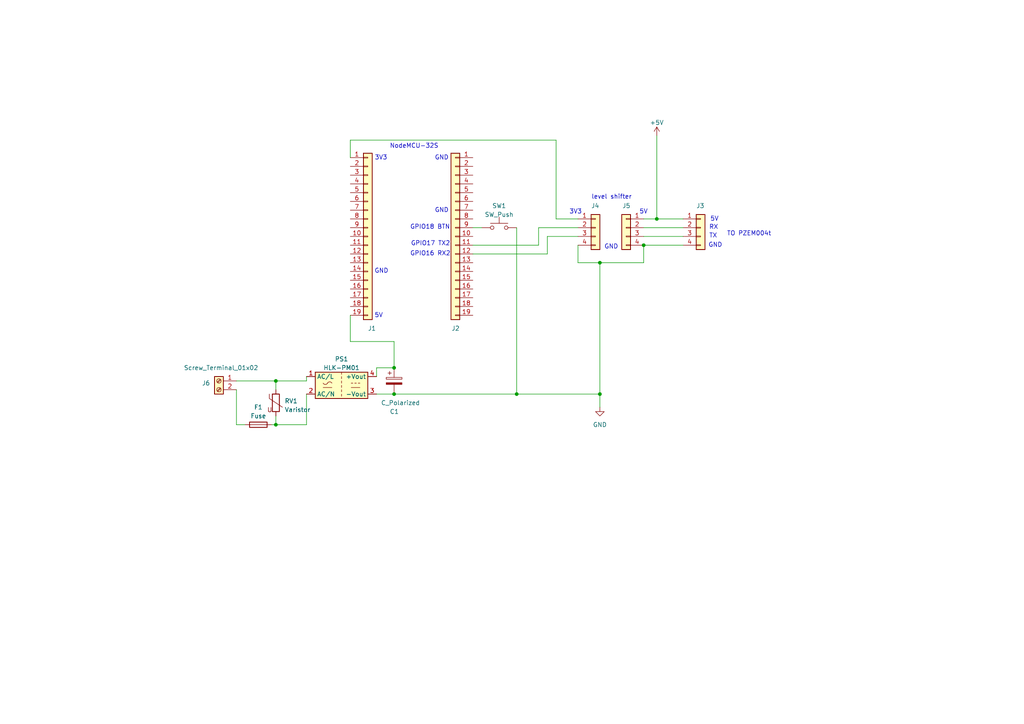
<source format=kicad_sch>
(kicad_sch (version 20230121) (generator eeschema)
  (paper "A4")
  (lib_symbols
    (symbol "Connector:Screw_Terminal_01x02" (pin_names (offset 1.016) hide)
      (property "Reference" "J" (at 0 2.54 0))
      (property "Value" "Screw_Terminal_01x02" (at 0 -5.08 0))
      (symbol "Screw_Terminal_01x02_1_1"
        (rectangle (start -1.27 1.27) (end 1.27 -3.81) (stroke (width 0.254)) (fill (type background)))
        (circle (center 0 -2.54) (radius 0.635) (stroke (width 0.1524)))
        (polyline (pts (xy -0.5334 -2.2098) (xy 0.3302 -3.048)) (stroke (width 0.1524)))
        (polyline (pts (xy -0.5334 0.3302) (xy 0.3302 -0.508)) (stroke (width 0.1524)))
        (polyline (pts (xy -0.3556 -2.032) (xy 0.508 -2.8702)) (stroke (width 0.1524)))
        (polyline (pts (xy -0.3556 0.508) (xy 0.508 -0.3302)) (stroke (width 0.1524)))
        (circle (center 0 0) (radius 0.635) (stroke (width 0.1524)))
        (pin passive line (at -5.08 0 0) (length 3.81) (name "Pin_1") (number "1"))
        (pin passive line (at -5.08 -2.54 0) (length 3.81) (name "Pin_2") (number "2"))
      )
    )
    (symbol "Connector_Generic:Conn_01x04" (pin_names (offset 1.016) hide)
      (property "Reference" "J" (at 0 5.08 0))
      (property "Value" "Conn_01x04" (at 0 -7.62 0))
      (symbol "Conn_01x04_1_1"
        (rectangle (start -1.27 -4.953) (end 0 -5.207) (stroke (width 0.1524)))
        (rectangle (start -1.27 -2.413) (end 0 -2.667) (stroke (width 0.1524)))
        (rectangle (start -1.27 0.127) (end 0 -0.127) (stroke (width 0.1524)))
        (rectangle (start -1.27 2.667) (end 0 2.413) (stroke (width 0.1524)))
        (rectangle (start -1.27 3.81) (end 1.27 -6.35) (stroke (width 0.254)) (fill (type background)))
        (pin passive line (at -5.08 2.54 0) (length 3.81) (name "Pin_1") (number "1"))
        (pin passive line (at -5.08 0 0) (length 3.81) (name "Pin_2") (number "2"))
        (pin passive line (at -5.08 -2.54 0) (length 3.81) (name "Pin_3") (number "3"))
        (pin passive line (at -5.08 -5.08 0) (length 3.81) (name "Pin_4") (number "4"))
      )
    )
    (symbol "Connector_Generic:Conn_01x19" (pin_names (offset 1.016) hide)
      (property "Reference" "J" (at 0 25.4 0))
      (property "Value" "Conn_01x19" (at 0 -25.4 0))
      (symbol "Conn_01x19_1_1"
        (rectangle (start -1.27 -22.733) (end 0 -22.987) (stroke (width 0.1524)))
        (rectangle (start -1.27 -20.193) (end 0 -20.447) (stroke (width 0.1524)))
        (rectangle (start -1.27 -17.653) (end 0 -17.907) (stroke (width 0.1524)))
        (rectangle (start -1.27 -15.113) (end 0 -15.367) (stroke (width 0.1524)))
        (rectangle (start -1.27 -12.573) (end 0 -12.827) (stroke (width 0.1524)))
        (rectangle (start -1.27 -10.033) (end 0 -10.287) (stroke (width 0.1524)))
        (rectangle (start -1.27 -7.493) (end 0 -7.747) (stroke (width 0.1524)))
        (rectangle (start -1.27 -4.953) (end 0 -5.207) (stroke (width 0.1524)))
        (rectangle (start -1.27 -2.413) (end 0 -2.667) (stroke (width 0.1524)))
        (rectangle (start -1.27 0.127) (end 0 -0.127) (stroke (width 0.1524)))
        (rectangle (start -1.27 2.667) (end 0 2.413) (stroke (width 0.1524)))
        (rectangle (start -1.27 5.207) (end 0 4.953) (stroke (width 0.1524)))
        (rectangle (start -1.27 7.747) (end 0 7.493) (stroke (width 0.1524)))
        (rectangle (start -1.27 10.287) (end 0 10.033) (stroke (width 0.1524)))
        (rectangle (start -1.27 12.827) (end 0 12.573) (stroke (width 0.1524)))
        (rectangle (start -1.27 15.367) (end 0 15.113) (stroke (width 0.1524)))
        (rectangle (start -1.27 17.907) (end 0 17.653) (stroke (width 0.1524)))
        (rectangle (start -1.27 20.447) (end 0 20.193) (stroke (width 0.1524)))
        (rectangle (start -1.27 22.987) (end 0 22.733) (stroke (width 0.1524)))
        (rectangle (start -1.27 24.13) (end 1.27 -24.13) (stroke (width 0.254)) (fill (type background)))
        (pin passive line (at -5.08 22.86 0) (length 3.81) (name "Pin_1") (number "1"))
        (pin passive line (at -5.08 0 0) (length 3.81) (name "Pin_10") (number "10"))
        (pin passive line (at -5.08 -2.54 0) (length 3.81) (name "Pin_11") (number "11"))
        (pin passive line (at -5.08 -5.08 0) (length 3.81) (name "Pin_12") (number "12"))
        (pin passive line (at -5.08 -7.62 0) (length 3.81) (name "Pin_13") (number "13"))
        (pin passive line (at -5.08 -10.16 0) (length 3.81) (name "Pin_14") (number "14"))
        (pin passive line (at -5.08 -12.7 0) (length 3.81) (name "Pin_15") (number "15"))
        (pin passive line (at -5.08 -15.24 0) (length 3.81) (name "Pin_16") (number "16"))
        (pin passive line (at -5.08 -17.78 0) (length 3.81) (name "Pin_17") (number "17"))
        (pin passive line (at -5.08 -20.32 0) (length 3.81) (name "Pin_18") (number "18"))
        (pin passive line (at -5.08 -22.86 0) (length 3.81) (name "Pin_19") (number "19"))
        (pin passive line (at -5.08 20.32 0) (length 3.81) (name "Pin_2") (number "2"))
        (pin passive line (at -5.08 17.78 0) (length 3.81) (name "Pin_3") (number "3"))
        (pin passive line (at -5.08 15.24 0) (length 3.81) (name "Pin_4") (number "4"))
        (pin passive line (at -5.08 12.7 0) (length 3.81) (name "Pin_5") (number "5"))
        (pin passive line (at -5.08 10.16 0) (length 3.81) (name "Pin_6") (number "6"))
        (pin passive line (at -5.08 7.62 0) (length 3.81) (name "Pin_7") (number "7"))
        (pin passive line (at -5.08 5.08 0) (length 3.81) (name "Pin_8") (number "8"))
        (pin passive line (at -5.08 2.54 0) (length 3.81) (name "Pin_9") (number "9"))
      )
    )
    (symbol "Converter_ACDC:HLK-PM01"
      (property "Reference" "PS" (at 0 5.08 0))
      (property "Value" "HLK-PM01" (at 0 -5.08 0))
      (symbol "HLK-PM01_0_1"
        (rectangle (start -7.62 3.81) (end 7.62 -3.81) (stroke (width 0.254)) (fill (type background)))
        (arc (start -5.334 0.635) (mid -4.699 0.2495) (end -4.064 0.635))
        (arc (start -2.794 0.635) (mid -3.429 1.0072) (end -4.064 0.635))
        (polyline (pts (xy -5.334 -0.635) (xy -2.794 -0.635)))
        (polyline (pts (xy 0 -2.54) (xy 0 -3.175)))
        (polyline (pts (xy 0 -1.27) (xy 0 -1.905)))
        (polyline (pts (xy 0 0) (xy 0 -0.635)))
        (polyline (pts (xy 0 1.27) (xy 0 0.635)))
        (polyline (pts (xy 0 2.54) (xy 0 1.905)))
        (polyline (pts (xy 0 3.81) (xy 0 3.175)))
        (polyline (pts (xy 2.794 -0.635) (xy 5.334 -0.635)))
        (polyline (pts (xy 2.794 0.635) (xy 3.302 0.635)))
        (polyline (pts (xy 3.81 0.635) (xy 4.318 0.635)))
        (polyline (pts (xy 4.826 0.635) (xy 5.334 0.635)))
      )
      (symbol "HLK-PM01_1_1"
        (pin power_in line (at -10.16 2.54 0) (length 2.54) (name "AC/L") (number "1"))
        (pin power_in line (at -10.16 -2.54 0) (length 2.54) (name "AC/N") (number "2"))
        (pin power_out line (at 10.16 -2.54 180) (length 2.54) (name "-Vout") (number "3"))
        (pin power_out line (at 10.16 2.54 180) (length 2.54) (name "+Vout") (number "4"))
      )
    )
    (symbol "Device:C_Polarized" (pin_numbers hide) (pin_names (offset 0.254))
      (property "Reference" "C" (at 0.635 2.54 0))
      (property "Value" "C_Polarized" (at 0.635 -2.54 0))
      (symbol "C_Polarized_0_1"
        (rectangle (start -2.286 0.508) (end 2.286 1.016))
        (polyline (pts (xy -1.778 2.286) (xy -0.762 2.286)))
        (polyline (pts (xy -1.27 2.794) (xy -1.27 1.778)))
        (rectangle (start 2.286 -0.508) (end -2.286 -1.016) (fill (type outline)))
      )
      (symbol "C_Polarized_1_1"
        (pin passive line (at 0 3.81 270) (length 2.794) (name "~") (number "1"))
        (pin passive line (at 0 -3.81 90) (length 2.794) (name "~") (number "2"))
      )
    )
    (symbol "Device:Fuse" (pin_numbers hide) (pin_names (offset 0))
      (property "Reference" "F" (at 2.032 0 90))
      (property "Value" "Fuse" (at -1.905 0 90))
      (symbol "Fuse_0_1"
        (rectangle (start -0.762 -2.54) (end 0.762 2.54) (stroke (width 0.254)))
        (polyline (pts (xy 0 2.54) (xy 0 -2.54)))
      )
      (symbol "Fuse_1_1"
        (pin passive line (at 0 3.81 270) (length 1.27) (name "~") (number "1"))
        (pin passive line (at 0 -3.81 90) (length 1.27) (name "~") (number "2"))
      )
    )
    (symbol "Device:Varistor" (pin_numbers hide) (pin_names (offset 0))
      (property "Reference" "RV" (at 3.175 0 90))
      (property "Value" "Varistor" (at -3.175 0 90))
      (symbol "Varistor_0_0"
        (text "U" (at -1.778 -2.032 0) (effects (font (size 1.27 1.27))))
      )
      (symbol "Varistor_0_1"
        (rectangle (start -1.016 -2.54) (end 1.016 2.54) (stroke (width 0.254)))
        (polyline (pts (xy -1.905 2.54) (xy -1.905 1.27) (xy 1.905 -1.27)))
      )
      (symbol "Varistor_1_1"
        (pin passive line (at 0 3.81 270) (length 1.27) (name "~") (number "1"))
        (pin passive line (at 0 -3.81 90) (length 1.27) (name "~") (number "2"))
      )
    )
    (symbol "Switch:SW_Push" (pin_numbers hide) (pin_names (offset 1.016) hide)
      (property "Reference" "SW" (at 1.27 2.54 0))
      (property "Value" "SW_Push" (at 0 -1.524 0))
      (symbol "SW_Push_0_1"
        (circle (center -2.032 0) (radius 0.508))
        (polyline (pts (xy 0 1.27) (xy 0 3.048)))
        (polyline (pts (xy 2.54 1.27) (xy -2.54 1.27)))
        (circle (center 2.032 0) (radius 0.508))
        (pin passive line (at -5.08 0 0) (length 2.54) (name "1") (number "1"))
        (pin passive line (at 5.08 0 180) (length 2.54) (name "2") (number "2"))
      )
    )
    (symbol "power:+5V" (power) (pin_names (offset 0))
      (property "Value" "+5V" (at 0 3.556 0))
      (symbol "+5V_0_1"
        (polyline (pts (xy -0.762 1.27) (xy 0 2.54)))
        (polyline (pts (xy 0 0) (xy 0 2.54)))
        (polyline (pts (xy 0 2.54) (xy 0.762 1.27)))
      )
      (symbol "+5V_1_1"
        (pin power_in line (at 0 0 90) (length 0) hide (name "+5V") (number "1"))
      )
    )
    (symbol "power:GND" (power) (pin_names (offset 0))
      (property "Value" "GND" (at 0 -3.81 0))
      (symbol "GND_0_1"
        (polyline (pts (xy 0 0) (xy 0 -1.27) (xy 1.27 -1.27) (xy 0 -2.54) (xy -1.27 -1.27) (xy 0 -1.27)))
      )
      (symbol "GND_1_1"
        (pin power_in line (at 0 0 270) (length 0) hide (name "GND") (number "1"))
      )
    )
  )
  (junction (at 114.3 106.68))
  (junction (at 114.3 114.3))
  (junction (at 149.86 114.3))
  (junction (at 80.01 110.49))
  (junction (at 190.5 63.5))
  (junction (at 173.99 76.2))
  (junction (at 80.01 123.19))
  (junction (at 186.69 71.12))
  (junction (at 173.99 114.3))
  (wire (pts (xy 109.22 106.68) (xy 109.22 109.22)))
  (wire (pts (xy 149.86 66.04) (xy 149.86 114.3)))
  (wire (pts (xy 88.9 110.49) (xy 88.9 109.22)))
  (wire (pts (xy 156.21 71.12) (xy 156.21 66.04)))
  (wire (pts (xy 190.5 39.37) (xy 190.5 63.5)))
  (wire (pts (xy 186.69 68.58) (xy 198.12 68.58)))
  (wire (pts (xy 109.22 106.68) (xy 114.3 106.68)))
  (wire (pts (xy 156.21 66.04) (xy 167.64 66.04)))
  (wire (pts (xy 88.9 123.19) (xy 88.9 114.3)))
  (wire (pts (xy 101.6 40.64) (xy 161.29 40.64)))
  (wire (pts (xy 139.7 66.04) (xy 137.16 66.04)))
  (wire (pts (xy 78.74 123.19) (xy 80.01 123.19)))
  (wire (pts (xy 114.3 114.3) (xy 149.86 114.3)))
  (wire (pts (xy 80.01 110.49) (xy 80.01 113.03)))
  (wire (pts (xy 101.6 99.06) (xy 114.3 99.06)))
  (wire (pts (xy 101.6 91.44) (xy 101.6 99.06)))
  (wire (pts (xy 161.29 63.5) (xy 167.64 63.5)))
  (wire (pts (xy 80.01 120.65) (xy 80.01 123.19)))
  (wire (pts (xy 101.6 45.72) (xy 101.6 40.64)))
  (wire (pts (xy 68.58 110.49) (xy 80.01 110.49)))
  (wire (pts (xy 190.5 63.5) (xy 198.12 63.5)))
  (wire (pts (xy 158.75 68.58) (xy 158.75 73.66)))
  (wire (pts (xy 186.69 71.12) (xy 198.12 71.12)))
  (wire (pts (xy 186.69 66.04) (xy 198.12 66.04)))
  (wire (pts (xy 114.3 99.06) (xy 114.3 106.68)))
  (wire (pts (xy 68.58 113.03) (xy 68.58 123.19)))
  (wire (pts (xy 137.16 73.66) (xy 158.75 73.66)))
  (wire (pts (xy 80.01 123.19) (xy 88.9 123.19)))
  (wire (pts (xy 149.86 114.3) (xy 173.99 114.3)))
  (wire (pts (xy 68.58 123.19) (xy 71.12 123.19)))
  (wire (pts (xy 186.69 63.5) (xy 190.5 63.5)))
  (wire (pts (xy 167.64 71.12) (xy 167.64 76.2)))
  (wire (pts (xy 161.29 40.64) (xy 161.29 63.5)))
  (wire (pts (xy 80.01 110.49) (xy 88.9 110.49)))
  (wire (pts (xy 167.64 76.2) (xy 173.99 76.2)))
  (wire (pts (xy 173.99 76.2) (xy 186.69 76.2)))
  (wire (pts (xy 173.99 76.2) (xy 173.99 114.3)))
  (wire (pts (xy 167.64 68.58) (xy 158.75 68.58)))
  (wire (pts (xy 137.16 71.12) (xy 156.21 71.12)))
  (wire (pts (xy 109.22 114.3) (xy 114.3 114.3)))
  (wire (pts (xy 186.69 76.2) (xy 186.69 71.12)))
  (wire (pts (xy 173.99 114.3) (xy 173.99 118.11)))
  (text "GPIO17 TX2" (at 119.1534 71.4508 0) (effects (font (size 1.27 1.27)) (justify left bottom)))
  (text "NodeMCU-32S" (at 113.03 43.18 0) (effects (font (size 1.27 1.27)) (justify left bottom)))
  (text "3V3\n" (at 165.1 62.23 0) (effects (font (size 1.27 1.27)) (justify left bottom)))
  (text "GND\n" (at 126.0793 46.561 0) (effects (font (size 1.27 1.27)) (justify left bottom)))
  (text "3V3" (at 108.6564 46.561 0) (effects (font (size 1.27 1.27)) (justify left bottom)))
  (text "GND" (at 126.0793 61.8195 0) (effects (font (size 1.27 1.27)) (justify left bottom)))
  (text "GPIO18 BTN" (at 118.929 66.6694 0) (effects (font (size 1.27 1.27)) (justify left bottom)))
  (text "5V" (at 108.6054 92.3057 0) (effects (font (size 1.27 1.27)) (justify left bottom)))
  (text "TX" (at 205.6608 69.1967 0) (effects (font (size 1.27 1.27)) (justify left bottom)))
  (text "TO PZEM004t" (at 210.82 68.58 0) (effects (font (size 1.27 1.27)) (justify left bottom)))
  (text "level shifter" (at 171.5265 57.9523 0) (effects (font (size 1.27 1.27)) (justify left bottom)))
  (text "5V" (at 205.9855 64.327 0) (effects (font (size 1.27 1.27)) (justify left bottom)))
  (text "RX" (at 205.6608 66.7077 0) (effects (font (size 1.27 1.27)) (justify left bottom)))
  (text "GND" (at 205.4444 71.9021 0) (effects (font (size 1.27 1.27)) (justify left bottom)))
  (text "GND" (at 108.6054 79.4279 0) (effects (font (size 1.27 1.27)) (justify left bottom)))
  (text "5V" (at 185.42 62.23 0) (effects (font (size 1.27 1.27)) (justify left bottom)))
  (text "GND" (at 175.26 72.39 0) (effects (font (size 1.27 1.27)) (justify left bottom)))
  (text "GPIO16 RX2" (at 118.937 74.3726 0) (effects (font (size 1.27 1.27)) (justify left bottom)))
  (symbol (lib_id "power:GND") (at 173.99 118.11 0) (unit 1)
    (property "Reference" "#PWR03" (effects hide))
    (property "Value" "GND" (at 173.99 123.19 0))
  )
  (symbol (lib_id "Switch:SW_Push") (at 144.78 66.04 0) (unit 1)
    (property "Reference" "SW1" (at 144.78 59.69 0))
    (property "Value" "SW_Push" (at 144.78 62.23 0))
    (property "Footprint" "Button_Switch_THT:SW_PUSH_6mm_H5mm" (effects hide))
  )
  (symbol (lib_id "power:+5V") (at 190.5 39.37 0) (unit 1)
    (property "Reference" "#PWR01" (effects hide))
    (property "Value" "+5V" (at 190.5 35.56 0))
  )
  (symbol (lib_id "Connector_Generic:Conn_01x19") (at 106.68 68.58 0) (unit 1)
    (property "Reference" "J1" (at 106.68 95.25 0) (effects (justify left)))
    (property "Value" "Conn_01x19" (effects hide))
    (property "Footprint" "Connector_PinHeader_2.54mm:PinHeader_1x19_P2.54mm_Vertical" (effects hide))
  )
  (symbol (lib_id "Device:C_Polarized") (at 114.3 110.49 0) (unit 1)
    (property "Reference" "C1" (at 113.03 119.38 0) (effects (justify left)))
    (property "Value" "C_Polarized" (at 110.49 116.84 0) (effects (justify left)))
    (property "Footprint" "Capacitor_THT:CP_Radial_D13.0mm_P5.00mm" (effects hide))
  )
  (symbol (lib_id "Device:Varistor") (at 80.01 116.84 0) (unit 1)
    (property "Reference" "RV1" (at 82.55 116.3042 0) (effects (justify left)))
    (property "Value" "Varistor" (at 82.55 118.8442 0) (effects (justify left)))
    (property "Footprint" "Varistor:RV_Disc_D21.5mm_W4.3mm_P10mm" (effects hide))
    (property "Sim.Name" "kicad_builtin_varistor" (effects hide))
    (property "Sim.Device" "SUBCKT" (effects hide))
    (property "Sim.Pins" "1=A 2=B" (effects hide))
    (property "Sim.Params" "threshold=1k" (effects hide))
    (property "Sim.Library" "${KICAD7_SYMBOL_DIR}/Simulation_SPICE.sp" (effects hide))
  )
  (symbol (lib_id "Connector_Generic:Conn_01x04") (at 172.72 66.04 0) (unit 1)
    (property "Reference" "J4" (at 171.45 59.69 0) (effects (justify left)))
    (property "Value" "Conn_01x04" (effects hide))
    (property "Footprint" "Connector_PinHeader_2.54mm:PinHeader_1x04_P2.54mm_Vertical" (effects hide))
  )
  (symbol (lib_id "Connector_Generic:Conn_01x04") (at 181.61 66.04 0) (mirror y) (unit 1)
    (property "Reference" "J5" (at 182.88 59.69 0) (effects (justify left)))
    (property "Value" "Conn_01x04" (effects hide))
    (property "Footprint" "Connector_PinHeader_2.54mm:PinHeader_1x04_P2.54mm_Vertical" (effects hide))
  )
  (symbol (lib_id "Device:Fuse") (at 74.93 123.19 90) (unit 1)
    (property "Reference" "F1" (at 74.93 118.11 90))
    (property "Value" "Fuse" (at 74.93 120.65 90))
    (property "Footprint" "Fuse:Fuse_Littelfuse_395Series" (effects hide))
  )
  (symbol (lib_id "Converter_ACDC:HLK-PM01") (at 99.06 111.76 0) (unit 1)
    (property "Reference" "PS1" (at 99.06 104.14 0))
    (property "Value" "HLK-PM01" (at 99.06 106.68 0))
    (property "Footprint" "Converter_ACDC:Converter_ACDC_HiLink_HLK-PMxx" (effects hide))
    (property "Datasheet" "http://www.hlktech.net/product_detail.php?ProId=54" (effects hide))
  )
  (symbol (lib_id "Connector:Screw_Terminal_01x02") (at 63.5 110.49 0) (mirror y) (unit 1)
    (property "Reference" "J6" (at 60.96 111.125 0) (effects (justify left)))
    (property "Value" "Screw_Terminal_01x02" (at 74.93 106.68 0) (effects (justify left)))
    (property "Footprint" "TerminalBlock_Philmore:TerminalBlock_Philmore_TB132_1x02_P5.00mm_Horizontal" (effects hide))
  )
  (symbol (lib_id "Connector_Generic:Conn_01x19") (at 132.08 68.58 0) (mirror y) (unit 1)
    (property "Reference" "J2" (at 133.35 95.25 0) (effects (justify left)))
    (property "Value" "Conn_01x19" (effects hide))
    (property "Footprint" "Connector_PinHeader_2.54mm:PinHeader_1x19_P2.54mm_Vertical" (effects hide))
  )
  (symbol (lib_id "Connector_Generic:Conn_01x04") (at 203.2 66.04 0) (unit 1)
    (property "Reference" "J3" (at 201.93 59.69 0) (effects (justify left)))
    (property "Value" "Conn_01x04" (effects hide))
    (property "Footprint" "Connector_PinHeader_2.54mm:PinHeader_1x04_P2.54mm_Vertical" (effects hide))
  )
)
</source>
